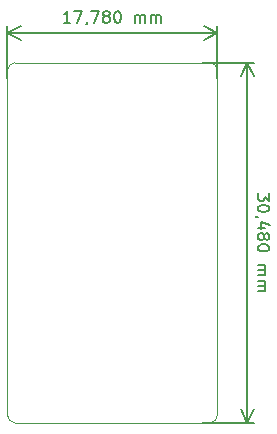
<source format=gbr>
%TF.GenerationSoftware,KiCad,Pcbnew,5.1.7+dfsg1-1~bpo10+1*%
%TF.CreationDate,Date%
%TF.ProjectId,ProMicro_TEST,50726f4d-6963-4726-9f5f-544553542e6b,v1.0*%
%TF.SameCoordinates,Original*%
%TF.FileFunction,OtherDrawing,Comment*%
%FSLAX45Y45*%
G04 Gerber Fmt 4.5, Leading zero omitted, Abs format (unit mm)*
G04 Created by KiCad*
%MOMM*%
%LPD*%
G01*
G04 APERTURE LIST*
%TA.AperFunction,Profile*%
%ADD10C,0.100000*%
%TD*%
%ADD11C,0.150000*%
G04 APERTURE END LIST*
D10*
X127000Y2857500D02*
X127000Y-63500D01*
X-1651000Y-63500D02*
X-1651000Y2857500D01*
D11*
X565762Y1816048D02*
X565762Y1754143D01*
X527667Y1787476D01*
X527667Y1773190D01*
X522905Y1763667D01*
X518143Y1758905D01*
X508619Y1754143D01*
X484809Y1754143D01*
X475286Y1758905D01*
X470524Y1763667D01*
X465762Y1773190D01*
X465762Y1801762D01*
X470524Y1811286D01*
X475286Y1816048D01*
X565762Y1692238D02*
X565762Y1682714D01*
X561000Y1673190D01*
X556238Y1668429D01*
X546714Y1663667D01*
X527667Y1658905D01*
X503857Y1658905D01*
X484809Y1663667D01*
X475286Y1668429D01*
X470524Y1673190D01*
X465762Y1682714D01*
X465762Y1692238D01*
X470524Y1701762D01*
X475286Y1706524D01*
X484809Y1711286D01*
X503857Y1716048D01*
X527667Y1716048D01*
X546714Y1711286D01*
X556238Y1706524D01*
X561000Y1701762D01*
X565762Y1692238D01*
X470524Y1611286D02*
X465762Y1611286D01*
X456238Y1616048D01*
X451476Y1620810D01*
X532429Y1525571D02*
X465762Y1525571D01*
X570524Y1549381D02*
X499095Y1573190D01*
X499095Y1511286D01*
X522905Y1458905D02*
X527667Y1468429D01*
X532429Y1473190D01*
X541952Y1477952D01*
X546714Y1477952D01*
X556238Y1473190D01*
X561000Y1468429D01*
X565762Y1458905D01*
X565762Y1439857D01*
X561000Y1430333D01*
X556238Y1425571D01*
X546714Y1420810D01*
X541952Y1420810D01*
X532429Y1425571D01*
X527667Y1430333D01*
X522905Y1439857D01*
X522905Y1458905D01*
X518143Y1468429D01*
X513381Y1473190D01*
X503857Y1477952D01*
X484809Y1477952D01*
X475286Y1473190D01*
X470524Y1468429D01*
X465762Y1458905D01*
X465762Y1439857D01*
X470524Y1430333D01*
X475286Y1425571D01*
X484809Y1420810D01*
X503857Y1420810D01*
X513381Y1425571D01*
X518143Y1430333D01*
X522905Y1439857D01*
X565762Y1358905D02*
X565762Y1349381D01*
X561000Y1339857D01*
X556238Y1335095D01*
X546714Y1330333D01*
X527667Y1325572D01*
X503857Y1325572D01*
X484809Y1330333D01*
X475286Y1335095D01*
X470524Y1339857D01*
X465762Y1349381D01*
X465762Y1358905D01*
X470524Y1368429D01*
X475286Y1373191D01*
X484809Y1377952D01*
X503857Y1382714D01*
X527667Y1382714D01*
X546714Y1377952D01*
X556238Y1373191D01*
X561000Y1368429D01*
X565762Y1358905D01*
X465762Y1206524D02*
X532429Y1206524D01*
X522905Y1206524D02*
X527667Y1201762D01*
X532429Y1192238D01*
X532429Y1177952D01*
X527667Y1168429D01*
X518143Y1163667D01*
X465762Y1163667D01*
X518143Y1163667D02*
X527667Y1158905D01*
X532429Y1149381D01*
X532429Y1135095D01*
X527667Y1125572D01*
X518143Y1120810D01*
X465762Y1120810D01*
X465762Y1073191D02*
X532429Y1073191D01*
X522905Y1073191D02*
X527667Y1068429D01*
X532429Y1058905D01*
X532429Y1044619D01*
X527667Y1035095D01*
X518143Y1030333D01*
X465762Y1030333D01*
X518143Y1030333D02*
X527667Y1025571D01*
X532429Y1016048D01*
X532429Y1001762D01*
X527667Y992238D01*
X518143Y987476D01*
X465762Y987476D01*
X381000Y2921000D02*
X381000Y-127000D01*
X0Y2921000D02*
X439642Y2921000D01*
X0Y-127000D02*
X439642Y-127000D01*
X381000Y-127000D02*
X322358Y-14350D01*
X381000Y-127000D02*
X439642Y-14350D01*
X381000Y2921000D02*
X322358Y2808350D01*
X381000Y2921000D02*
X439642Y2808350D01*
X-1119143Y3259762D02*
X-1176286Y3259762D01*
X-1147714Y3259762D02*
X-1147714Y3359762D01*
X-1157238Y3345476D01*
X-1166762Y3335952D01*
X-1176286Y3331190D01*
X-1085810Y3359762D02*
X-1019143Y3359762D01*
X-1062000Y3259762D01*
X-976286Y3264524D02*
X-976286Y3259762D01*
X-981048Y3250238D01*
X-985810Y3245476D01*
X-942952Y3359762D02*
X-876286Y3359762D01*
X-919143Y3259762D01*
X-823905Y3316905D02*
X-833429Y3321667D01*
X-838190Y3326429D01*
X-842952Y3335952D01*
X-842952Y3340714D01*
X-838190Y3350238D01*
X-833429Y3355000D01*
X-823905Y3359762D01*
X-804857Y3359762D01*
X-795333Y3355000D01*
X-790571Y3350238D01*
X-785810Y3340714D01*
X-785810Y3335952D01*
X-790571Y3326429D01*
X-795333Y3321667D01*
X-804857Y3316905D01*
X-823905Y3316905D01*
X-833429Y3312143D01*
X-838190Y3307381D01*
X-842952Y3297857D01*
X-842952Y3278810D01*
X-838190Y3269286D01*
X-833429Y3264524D01*
X-823905Y3259762D01*
X-804857Y3259762D01*
X-795333Y3264524D01*
X-790571Y3269286D01*
X-785810Y3278810D01*
X-785810Y3297857D01*
X-790571Y3307381D01*
X-795333Y3312143D01*
X-804857Y3316905D01*
X-723905Y3359762D02*
X-714381Y3359762D01*
X-704857Y3355000D01*
X-700095Y3350238D01*
X-695333Y3340714D01*
X-690572Y3321667D01*
X-690572Y3297857D01*
X-695333Y3278810D01*
X-700095Y3269286D01*
X-704857Y3264524D01*
X-714381Y3259762D01*
X-723905Y3259762D01*
X-733429Y3264524D01*
X-738190Y3269286D01*
X-742952Y3278810D01*
X-747714Y3297857D01*
X-747714Y3321667D01*
X-742952Y3340714D01*
X-738190Y3350238D01*
X-733429Y3355000D01*
X-723905Y3359762D01*
X-571524Y3259762D02*
X-571524Y3326429D01*
X-571524Y3316905D02*
X-566762Y3321667D01*
X-557238Y3326429D01*
X-542952Y3326429D01*
X-533429Y3321667D01*
X-528667Y3312143D01*
X-528667Y3259762D01*
X-528667Y3312143D02*
X-523905Y3321667D01*
X-514381Y3326429D01*
X-500095Y3326429D01*
X-490571Y3321667D01*
X-485810Y3312143D01*
X-485810Y3259762D01*
X-438190Y3259762D02*
X-438190Y3326429D01*
X-438190Y3316905D02*
X-433429Y3321667D01*
X-423905Y3326429D01*
X-409619Y3326429D01*
X-400095Y3321667D01*
X-395333Y3312143D01*
X-395333Y3259762D01*
X-395333Y3312143D02*
X-390571Y3321667D01*
X-381048Y3326429D01*
X-366762Y3326429D01*
X-357238Y3321667D01*
X-352476Y3312143D01*
X-352476Y3259762D01*
X-1651000Y3175000D02*
X127000Y3175000D01*
X-1651000Y2794000D02*
X-1651000Y3233642D01*
X127000Y2794000D02*
X127000Y3233642D01*
X127000Y3175000D02*
X14350Y3116358D01*
X127000Y3175000D02*
X14350Y3233642D01*
X-1651000Y3175000D02*
X-1538350Y3116358D01*
X-1651000Y3175000D02*
X-1538350Y3233642D01*
D10*
X-1587500Y-127000D02*
G75*
G02*
X-1651000Y-63500I0J63500D01*
G01*
X127000Y-63500D02*
G75*
G02*
X63500Y-127000I-63500J0D01*
G01*
X63500Y2921000D02*
G75*
G02*
X127000Y2857500I0J-63500D01*
G01*
X-1651000Y2857500D02*
G75*
G02*
X-1587500Y2921000I63500J0D01*
G01*
X63500Y-127000D02*
X-1587500Y-127000D01*
X-1587500Y2921000D02*
X63500Y2921000D01*
M02*

</source>
